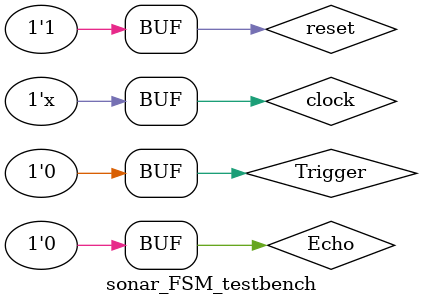
<source format=sv>

module sonar_FSM_testbench ();

logic [13:0] distance;
logic clock, reset; 
logic [1:0] Flags;
logic Trigger, Echo;

sonar_FSM sonar_FSM_01(clock, reset,Trigger, Echo, distance[13:0],Flags[1:0]);

always #1 clock = ~clock;

initial
begin
clock = 1'b0;
reset = 1'b1;
Trigger = 1'b0;
Echo = 1'b0;
#8
reset = 1'b0;
#2900

Trigger=1'b1;
#29
Trigger=1'b0;

#29000

Echo = 1'b1;
#29
Echo = 1'b0;

#2900

Trigger = 1'b1;
#29
Trigger = 1'b0;

#59000
Echo = 1'b1;
#29
Echo = 1'b0;
reset = 1'b1;
end
endmodule  

</source>
